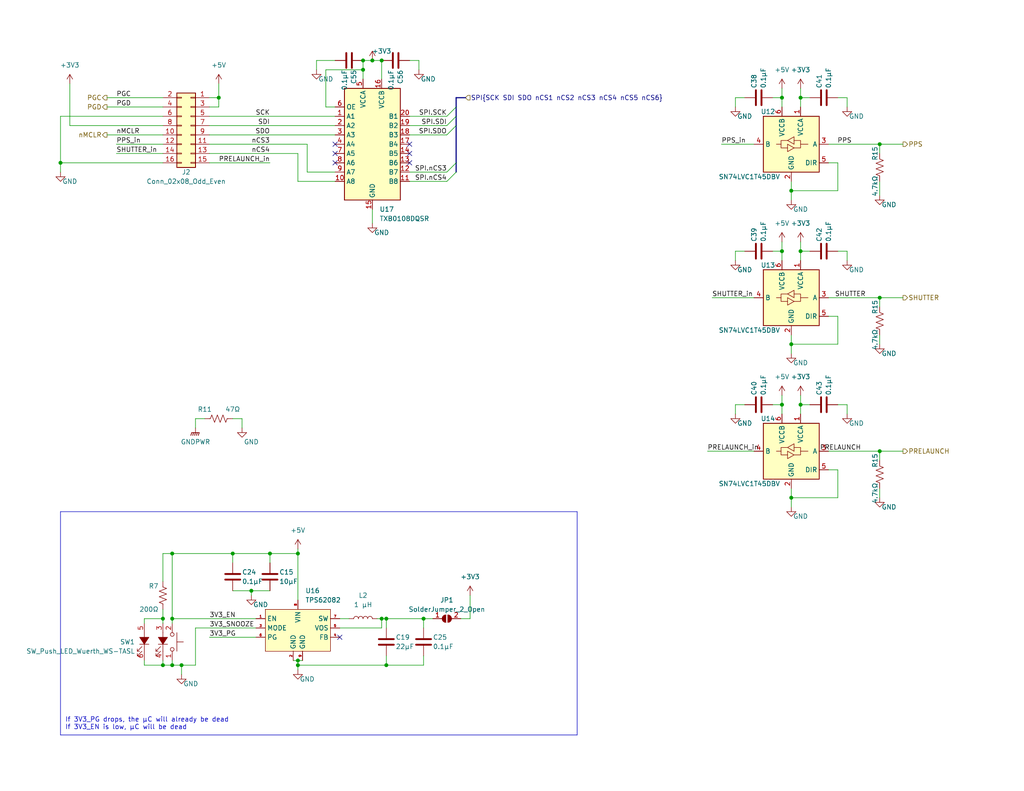
<source format=kicad_sch>
(kicad_sch (version 20230121) (generator eeschema)
  (paper "USLetter")
  (title_block (title "FOXSI-4 Plenum Board") (rev "1") (company "University of Minnesota") (comment 1 "Author: Thanasi Pantazides, panta013@umn.edu"))
  (lib_symbols
    (symbol "Connector_Generic:Conn_02x08_Odd_Even" (pin_names (offset 1.016) hide)
      (property "Reference" "J" (at 1.27 10.16 0))
      (property "Value" "Conn_02x08_Odd_Even" (at 1.27 -12.7 0))
      (symbol "Conn_02x08_Odd_Even_1_1"
        (rectangle (start -1.27 -10.033) (end 0 -10.287) (stroke (width 0.1524)))
        (rectangle (start -1.27 -7.493) (end 0 -7.747) (stroke (width 0.1524)))
        (rectangle (start -1.27 -4.953) (end 0 -5.207) (stroke (width 0.1524)))
        (rectangle (start -1.27 -2.413) (end 0 -2.667) (stroke (width 0.1524)))
        (rectangle (start -1.27 0.127) (end 0 -0.127) (stroke (width 0.1524)))
        (rectangle (start -1.27 2.667) (end 0 2.413) (stroke (width 0.1524)))
        (rectangle (start -1.27 5.207) (end 0 4.953) (stroke (width 0.1524)))
        (rectangle (start -1.27 7.747) (end 0 7.493) (stroke (width 0.1524)))
        (rectangle (start -1.27 8.89) (end 3.81 -11.43) (stroke (width 0.254)) (fill (type background)))
        (rectangle (start 3.81 -10.033) (end 2.54 -10.287) (stroke (width 0.1524)))
        (rectangle (start 3.81 -7.493) (end 2.54 -7.747) (stroke (width 0.1524)))
        (rectangle (start 3.81 -4.953) (end 2.54 -5.207) (stroke (width 0.1524)))
        (rectangle (start 3.81 -2.413) (end 2.54 -2.667) (stroke (width 0.1524)))
        (rectangle (start 3.81 0.127) (end 2.54 -0.127) (stroke (width 0.1524)))
        (rectangle (start 3.81 2.667) (end 2.54 2.413) (stroke (width 0.1524)))
        (rectangle (start 3.81 5.207) (end 2.54 4.953) (stroke (width 0.1524)))
        (rectangle (start 3.81 7.747) (end 2.54 7.493) (stroke (width 0.1524)))
        (pin passive line (at -5.08 7.62 0) (length 3.81) (name "Pin_1") (number "1"))
        (pin passive line (at 7.62 -2.54 180) (length 3.81) (name "Pin_10") (number "10"))
        (pin passive line (at -5.08 -5.08 0) (length 3.81) (name "Pin_11") (number "11"))
        (pin passive line (at 7.62 -5.08 180) (length 3.81) (name "Pin_12") (number "12"))
        (pin passive line (at -5.08 -7.62 0) (length 3.81) (name "Pin_13") (number "13"))
        (pin passive line (at 7.62 -7.62 180) (length 3.81) (name "Pin_14") (number "14"))
        (pin passive line (at -5.08 -10.16 0) (length 3.81) (name "Pin_15") (number "15"))
        (pin passive line (at 7.62 -10.16 180) (length 3.81) (name "Pin_16") (number "16"))
        (pin passive line (at 7.62 7.62 180) (length 3.81) (name "Pin_2") (number "2"))
        (pin passive line (at -5.08 5.08 0) (length 3.81) (name "Pin_3") (number "3"))
        (pin passive line (at 7.62 5.08 180) (length 3.81) (name "Pin_4") (number "4"))
        (pin passive line (at -5.08 2.54 0) (length 3.81) (name "Pin_5") (number "5"))
        (pin passive line (at 7.62 2.54 180) (length 3.81) (name "Pin_6") (number "6"))
        (pin passive line (at -5.08 0 0) (length 3.81) (name "Pin_7") (number "7"))
        (pin passive line (at 7.62 0 180) (length 3.81) (name "Pin_8") (number "8"))
        (pin passive line (at -5.08 -2.54 0) (length 3.81) (name "Pin_9") (number "9"))
      )
    )
    (symbol "Device:C" (pin_numbers hide) (pin_names (offset 0.254))
      (property "Reference" "C" (at 0.635 2.54 0))
      (property "Value" "C" (at 0.635 -2.54 0))
      (symbol "C_0_1"
        (polyline (pts (xy -2.032 -0.762) (xy 2.032 -0.762)) (stroke (width 0.508)))
        (polyline (pts (xy -2.032 0.762) (xy 2.032 0.762)) (stroke (width 0.508)))
      )
      (symbol "C_1_1"
        (pin passive line (at 0 3.81 270) (length 2.794) (name "~") (number "1"))
        (pin passive line (at 0 -3.81 90) (length 2.794) (name "~") (number "2"))
      )
    )
    (symbol "Device:L" (pin_numbers hide) (pin_names (offset 1.016) hide)
      (property "Reference" "L" (at -1.27 0 90))
      (property "Value" "L" (at 1.905 0 90))
      (symbol "L_0_1"
        (arc (start 0 -2.54) (mid 0.6323 -1.905) (end 0 -1.27))
        (arc (start 0 -1.27) (mid 0.6323 -0.635) (end 0 0))
        (arc (start 0 0) (mid 0.6323 0.635) (end 0 1.27))
        (arc (start 0 1.27) (mid 0.6323 1.905) (end 0 2.54))
      )
      (symbol "L_1_1"
        (pin passive line (at 0 3.81 270) (length 1.27) (name "1") (number "1"))
        (pin passive line (at 0 -3.81 90) (length 1.27) (name "2") (number "2"))
      )
    )
    (symbol "Device:R_US" (pin_numbers hide) (pin_names (offset 0))
      (property "Reference" "R" (at 2.54 0 90))
      (property "Value" "R_US" (at -2.54 0 90))
      (symbol "R_US_0_1"
        (polyline (pts (xy 0 -2.286) (xy 0 -2.54)))
        (polyline (pts (xy 0 2.286) (xy 0 2.54)))
        (polyline (pts (xy 0 -0.762) (xy 1.016 -1.143) (xy 0 -1.524) (xy -1.016 -1.905) (xy 0 -2.286)))
        (polyline (pts (xy 0 0.762) (xy 1.016 0.381) (xy 0 0) (xy -1.016 -0.381) (xy 0 -0.762)))
        (polyline (pts (xy 0 2.286) (xy 1.016 1.905) (xy 0 1.524) (xy -1.016 1.143) (xy 0 0.762)))
      )
      (symbol "R_US_1_1"
        (pin passive line (at 0 3.81 270) (length 1.27) (name "~") (number "1"))
        (pin passive line (at 0 -3.81 90) (length 1.27) (name "~") (number "2"))
      )
    )
    (symbol "Jumper:SolderJumper_2_Open" (pin_names (offset 0) hide)
      (property "Reference" "JP" (at 0 2.032 0))
      (property "Value" "SolderJumper_2_Open" (at 0 -2.54 0))
      (symbol "SolderJumper_2_Open_0_1"
        (arc (start -0.254 1.016) (mid -1.2656 0) (end -0.254 -1.016))
        (arc (start -0.254 1.016) (mid -1.2656 0) (end -0.254 -1.016) (fill (type outline)))
        (polyline (pts (xy -0.254 1.016) (xy -0.254 -1.016)))
        (polyline (pts (xy 0.254 1.016) (xy 0.254 -1.016)))
        (arc (start 0.254 -1.016) (mid 1.2656 0) (end 0.254 1.016))
        (arc (start 0.254 -1.016) (mid 1.2656 0) (end 0.254 1.016) (fill (type outline)))
      )
      (symbol "SolderJumper_2_Open_1_1"
        (pin passive line (at -3.81 0 0) (length 2.54) (name "A") (number "1"))
        (pin passive line (at 3.81 0 180) (length 2.54) (name "B") (number "2"))
      )
    )
    (symbol "Logic_LevelTranslator:SN74LVC1T45DBV"
      (property "Reference" "U" (at -6.35 8.89 0))
      (property "Value" "SN74LVC1T45DBV" (at 3.81 8.89 0))
      (symbol "SN74LVC1T45DBV_0_1"
        (rectangle (start -7.62 7.62) (end 7.62 -7.62) (stroke (width 0.254)) (fill (type background)))
        (polyline (pts (xy -2.54 0) (xy -2.54 1.016) (xy -0.762 1.016)))
        (polyline (pts (xy 2.794 0) (xy 2.794 -1.016) (xy 1.016 -1.016)))
        (polyline (pts (xy -0.762 -1.016) (xy -2.54 -1.016) (xy -2.54 0) (xy -4.572 0)))
        (polyline (pts (xy -0.762 0) (xy -0.762 2.032) (xy 1.016 1.016) (xy -0.762 0)))
        (polyline (pts (xy 1.016 1.016) (xy 2.794 1.016) (xy 2.794 0) (xy 4.064 0)))
        (polyline (pts (xy 1.016 0) (xy 1.016 -1.778) (xy 1.016 -2.032) (xy -0.762 -1.016) (xy 1.016 0)))
      )
      (symbol "SN74LVC1T45DBV_1_1"
        (pin power_in line (at -2.54 10.16 270) (length 2.54) (name "VCCA") (number "1"))
        (pin power_in line (at 0 -10.16 90) (length 2.54) (name "GND") (number "2"))
        (pin bidirectional line (at -10.16 0 0) (length 2.54) (name "A") (number "3"))
        (pin bidirectional line (at 10.16 0 180) (length 2.54) (name "B") (number "4"))
        (pin input line (at -10.16 -5.08 0) (length 2.54) (name "DIR") (number "5"))
        (pin power_in line (at 2.54 10.16 270) (length 2.54) (name "VCCB") (number "6"))
      )
    )
    (symbol "Logic_LevelTranslator:TXB0108DQSR"
      (property "Reference" "U" (at -6.35 16.51 0))
      (property "Value" "TXB0108DQSR" (at 3.81 16.51 0))
      (symbol "TXB0108DQSR_0_1"
        (rectangle (start -7.62 15.24) (end 7.62 -15.24) (stroke (width 0.254)) (fill (type background)))
      )
      (symbol "TXB0108DQSR_1_1"
        (pin bidirectional line (at -10.16 7.62 0) (length 2.54) (name "A1") (number "1"))
        (pin bidirectional line (at -10.16 -10.16 0) (length 2.54) (name "A8") (number "10"))
        (pin bidirectional line (at 10.16 -10.16 180) (length 2.54) (name "B8") (number "11"))
        (pin bidirectional line (at 10.16 -7.62 180) (length 2.54) (name "B7") (number "12"))
        (pin bidirectional line (at 10.16 -5.08 180) (length 2.54) (name "B6") (number "13"))
        (pin bidirectional line (at 10.16 -2.54 180) (length 2.54) (name "B5") (number "14"))
        (pin power_in line (at 0 -17.78 90) (length 2.54) (name "GND") (number "15"))
        (pin power_in line (at 2.54 17.78 270) (length 2.54) (name "VCCB") (number "16"))
        (pin bidirectional line (at 10.16 0 180) (length 2.54) (name "B4") (number "17"))
        (pin bidirectional line (at 10.16 2.54 180) (length 2.54) (name "B3") (number "18"))
        (pin bidirectional line (at 10.16 5.08 180) (length 2.54) (name "B2") (number "19"))
        (pin bidirectional line (at -10.16 5.08 0) (length 2.54) (name "A2") (number "2"))
        (pin bidirectional line (at 10.16 7.62 180) (length 2.54) (name "B1") (number "20"))
        (pin bidirectional line (at -10.16 2.54 0) (length 2.54) (name "A3") (number "3"))
        (pin bidirectional line (at -10.16 0 0) (length 2.54) (name "A4") (number "4"))
        (pin power_in line (at -2.54 17.78 270) (length 2.54) (name "VCCA") (number "5"))
        (pin input line (at -10.16 10.16 0) (length 2.54) (name "OE") (number "6"))
        (pin bidirectional line (at -10.16 -2.54 0) (length 2.54) (name "A5") (number "7"))
        (pin bidirectional line (at -10.16 -5.08 0) (length 2.54) (name "A6") (number "8"))
        (pin bidirectional line (at -10.16 -7.62 0) (length 2.54) (name "A7") (number "9"))
      )
    )
    (symbol "Regulator_Switching:TPS62082"
      (property "Reference" "U" (at -7.62 3.81 0))
      (property "Value" "TPS62082" (at 5.08 3.81 0))
      (symbol "TPS62082_0_1"
        (rectangle (start -8.89 2.54) (end 8.89 -8.89) (fill (type background)))
      )
      (symbol "TPS62082_1_1"
        (pin input line (at -11.43 0 0) (length 2.54) (name "EN") (number "1"))
        (pin passive line (at -1.27 -11.43 90) (length 2.54) (name "GND") (number "2"))
        (pin input line (at -11.43 -2.54 0) (length 2.54) (name "MODE") (number "3"))
        (pin input line (at 11.43 -5.08 180) (length 2.54) (name "FB") (number "4"))
        (pin input line (at 11.43 -2.54 180) (length 2.54) (name "VOS") (number "5"))
        (pin output line (at -11.43 -5.08 0) (length 2.54) (name "PG") (number "6"))
        (pin output line (at 11.43 0 180) (length 2.54) (name "SW") (number "7"))
        (pin power_in line (at 0 5.08 270) (length 2.54) (name "VIN") (number "8"))
        (pin passive line (at 1.27 -11.43 90) (length 2.54) (name "GND") (number "9"))
      )
    )
    (symbol "Switch:SW_Push_LED_Wuerth_WS-TASL" (pin_names (offset 1.016) hide)
      (property "Reference" "SW" (at 0.635 5.715 0))
      (property "Value" "SW_Push_LED_Wuerth_WS-TASL" (at 0 -7.62 0))
      (symbol "SW_Push_LED_Wuerth_WS-TASL_0_0"
        (polyline (pts (xy -3.81 -6.985) (xy -2.54 -5.715)))
        (polyline (pts (xy -3.81 -1.905) (xy -2.54 -0.635)))
        (polyline (pts (xy -2.54 -6.985) (xy -1.27 -5.715)))
        (polyline (pts (xy -2.54 -5.08) (xy 2.54 -5.08)))
        (polyline (pts (xy -2.54 -1.905) (xy -1.27 -0.635)))
        (polyline (pts (xy -2.54 0) (xy 2.54 0)))
        (polyline (pts (xy -0.635 -3.81) (xy -0.635 -6.35)))
        (polyline (pts (xy -0.635 1.27) (xy -0.635 -1.27)))
        (polyline (pts (xy -3.81 -6.35) (xy -3.81 -6.985) (xy -3.175 -6.985)))
        (polyline (pts (xy -3.81 -1.27) (xy -3.81 -1.905) (xy -3.175 -1.905)))
        (polyline (pts (xy -2.54 -6.35) (xy -2.54 -6.985) (xy -1.905 -6.985)))
        (polyline (pts (xy -2.54 -1.27) (xy -2.54 -1.905) (xy -1.905 -1.905)))
        (polyline (pts (xy -0.635 -5.08) (xy 1.27 -3.81) (xy 1.27 -6.35) (xy -0.635 -5.08)) (fill (type outline)))
        (polyline (pts (xy -0.635 0) (xy 1.27 1.27) (xy 1.27 -1.27) (xy -0.635 0)) (fill (type outline)))
      )
      (symbol "SW_Push_LED_Wuerth_WS-TASL_0_1"
        (circle (center -2.032 2.54) (radius 0.508))
        (polyline (pts (xy 0 3.81) (xy 0 5.588)))
        (polyline (pts (xy 2.54 3.81) (xy -2.54 3.81)))
        (circle (center 2.032 2.54) (radius 0.508))
      )
      (symbol "SW_Push_LED_Wuerth_WS-TASL_1_1"
        (pin passive line (at -5.08 2.54 0) (length 2.54) (name "sw1") (number "1"))
        (pin passive line (at 5.08 2.54 180) (length 2.54) (name "sw2") (number "2"))
        (pin passive line (at 5.08 0 180) (length 2.54) (name "A") (number "3"))
        (pin passive line (at -5.08 0 0) (length 2.54) (name "K") (number "4"))
        (pin passive line (at 5.08 -5.08 180) (length 2.54) (name "A") (number "5"))
        (pin passive line (at -5.08 -5.08 0) (length 2.54) (name "K") (number "6"))
      )
    )
    (symbol "power:+3V3" (power) (pin_names (offset 0))
      (property "Value" "+3V3" (at 0 3.556 0))
      (symbol "+3V3_0_1"
        (polyline (pts (xy -0.762 1.27) (xy 0 2.54)))
        (polyline (pts (xy 0 0) (xy 0 2.54)))
        (polyline (pts (xy 0 2.54) (xy 0.762 1.27)))
      )
      (symbol "+3V3_1_1"
        (pin power_in line (at 0 0 90) (length 0) hide (name "+3V3") (number "1"))
      )
    )
    (symbol "power:+5V" (power) (pin_names (offset 0))
      (property "Value" "+5V" (at 0 3.556 0))
      (symbol "+5V_0_1"
        (polyline (pts (xy -0.762 1.27) (xy 0 2.54)))
        (polyline (pts (xy 0 0) (xy 0 2.54)))
        (polyline (pts (xy 0 2.54) (xy 0.762 1.27)))
      )
      (symbol "+5V_1_1"
        (pin power_in line (at 0 0 90) (length 0) hide (name "+5V") (number "1"))
      )
    )
    (symbol "power:GND" (power) (pin_names (offset 0))
      (property "Value" "GND" (at 0 -3.81 0))
      (symbol "GND_0_1"
        (polyline (pts (xy 0 0) (xy 0 -1.27) (xy 1.27 -1.27) (xy 0 -2.54) (xy -1.27 -1.27) (xy 0 -1.27)))
      )
      (symbol "GND_1_1"
        (pin power_in line (at 0 0 270) (length 0) hide (name "GND") (number "1"))
      )
    )
    (symbol "power:GNDPWR" (power) (pin_names (offset 0))
      (property "Value" "GNDPWR" (at 0 -3.302 0))
      (symbol "GNDPWR_0_1"
        (polyline (pts (xy 0 -1.27) (xy 0 0)))
        (polyline (pts (xy -1.016 -1.27) (xy -1.27 -2.032) (xy -1.27 -2.032)) (stroke (width 0.2032)))
        (polyline (pts (xy -0.508 -1.27) (xy -0.762 -2.032) (xy -0.762 -2.032)) (stroke (width 0.2032)))
        (polyline (pts (xy 0 -1.27) (xy -0.254 -2.032) (xy -0.254 -2.032)) (stroke (width 0.2032)))
        (polyline (pts (xy 0.508 -1.27) (xy 0.254 -2.032) (xy 0.254 -2.032)) (stroke (width 0.2032)))
        (polyline (pts (xy 1.016 -1.27) (xy -1.016 -1.27) (xy -1.016 -1.27)) (stroke (width 0.2032)))
        (polyline (pts (xy 1.016 -1.27) (xy 0.762 -2.032) (xy 0.762 -2.032) (xy 0.762 -2.032)) (stroke (width 0.2032)))
      )
      (symbol "GNDPWR_1_1"
        (pin power_in line (at 0 0 270) (length 0) hide (name "GNDPWR") (number "1"))
      )
    )
  )
  (junction (at 218.44 26.67))
  (junction (at 215.9 93.98))
  (junction (at 101.6 16.51))
  (junction (at 46.99 151.13))
  (junction (at 46.99 168.91))
  (junction (at 215.9 135.89))
  (junction (at 44.45 181.61))
  (junction (at 215.9 52.07))
  (junction (at 99.06 19.05))
  (junction (at 104.14 16.51))
  (junction (at 218.44 68.58))
  (junction (at 240.03 81.28))
  (junction (at 81.28 180.34))
  (junction (at 213.36 68.58))
  (junction (at 99.06 16.51))
  (junction (at 115.57 168.91))
  (junction (at 104.14 168.91))
  (junction (at 213.36 26.67))
  (junction (at 59.69 26.67))
  (junction (at 240.03 123.19))
  (junction (at 49.53 181.61))
  (junction (at 68.58 161.29))
  (junction (at 218.44 110.49))
  (junction (at 44.45 168.91))
  (junction (at 73.66 151.13))
  (junction (at 81.28 151.13))
  (junction (at 105.41 181.61))
  (junction (at 213.36 110.49))
  (junction (at 46.99 181.61))
  (junction (at 81.28 181.61))
  (junction (at 63.5 151.13))
  (junction (at 240.03 39.37))
  (junction (at 16.51 44.45))
  (junction (at 105.41 168.91))
  (no_connect (at 91.44 41.91))
  (no_connect (at 91.44 39.37))
  (no_connect (at 91.44 44.45))
  (no_connect (at 92.71 173.99))
  (no_connect (at 111.76 44.45))
  (no_connect (at 111.76 41.91))
  (no_connect (at 111.76 39.37))
  (bus_entry (at 121.92 46.99) (size 2.54 -2.54))
  (bus_entry (at 121.92 49.53) (size 2.54 -2.54))
  (bus_entry (at 121.92 31.75) (size 2.54 -2.54))
  (bus_entry (at 121.92 36.83) (size 2.54 -2.54))
  (bus_entry (at 121.92 34.29) (size 2.54 -2.54))
  (wire (pts (xy 228.6 26.67) (xy 231.14 26.67)))
  (wire (pts (xy 228.6 68.58) (xy 231.14 68.58)))
  (wire (pts (xy 213.36 107.95) (xy 213.36 110.49)))
  (wire (pts (xy 228.6 110.49) (xy 231.14 110.49)))
  (wire (pts (xy 29.21 36.83) (xy 44.45 36.83)))
  (wire (pts (xy 44.45 151.13) (xy 44.45 158.75)))
  (wire (pts (xy 194.31 81.28) (xy 205.74 81.28)))
  (wire (pts (xy 200.66 26.67) (xy 200.66 29.21)))
  (wire (pts (xy 218.44 26.67) (xy 218.44 29.21)))
  (wire (pts (xy 81.28 41.91) (xy 81.28 49.53)))
  (wire (pts (xy 240.03 93.98) (xy 240.03 91.44)))
  (wire (pts (xy 66.04 114.3) (xy 66.04 116.84)))
  (wire (pts (xy 218.44 68.58) (xy 218.44 71.12)))
  (wire (pts (xy 203.2 68.58) (xy 200.66 68.58)))
  (wire (pts (xy 226.06 86.36) (xy 228.6 86.36)))
  (bus (pts (xy 124.46 31.75) (xy 124.46 34.29)))
  (wire (pts (xy 226.06 128.27) (xy 228.6 128.27)))
  (wire (pts (xy 213.36 68.58) (xy 213.36 71.12)))
  (wire (pts (xy 200.66 110.49) (xy 200.66 113.03)))
  (wire (pts (xy 16.51 31.75) (xy 16.51 44.45)))
  (wire (pts (xy 91.44 16.51) (xy 86.36 16.51)))
  (wire (pts (xy 210.82 26.67) (xy 213.36 26.67)))
  (wire (pts (xy 53.34 114.3) (xy 53.34 116.84)))
  (wire (pts (xy 55.88 114.3) (xy 53.34 114.3)))
  (wire (pts (xy 240.03 39.37) (xy 240.03 41.91)))
  (wire (pts (xy 104.14 168.91) (xy 105.41 168.91)))
  (wire (pts (xy 68.58 161.29) (xy 73.66 161.29)))
  (bus (pts (xy 124.46 44.45) (xy 124.46 46.99)))
  (wire (pts (xy 57.15 41.91) (xy 81.28 41.91)))
  (wire (pts (xy 193.04 123.19) (xy 205.74 123.19)))
  (wire (pts (xy 46.99 151.13) (xy 46.99 168.91)))
  (wire (pts (xy 63.5 114.3) (xy 66.04 114.3)))
  (wire (pts (xy 240.03 53.34) (xy 240.03 49.53)))
  (wire (pts (xy 231.14 26.67) (xy 231.14 29.21)))
  (wire (pts (xy 111.76 46.99) (xy 121.92 46.99)))
  (wire (pts (xy 218.44 26.67) (xy 220.98 26.67)))
  (wire (pts (xy 218.44 107.95) (xy 218.44 110.49)))
  (wire (pts (xy 213.36 26.67) (xy 213.36 29.21)))
  (wire (pts (xy 210.82 110.49) (xy 213.36 110.49)))
  (wire (pts (xy 19.05 22.86) (xy 19.05 34.29)))
  (bus (pts (xy 124.46 29.21) (xy 124.46 31.75)))
  (wire (pts (xy 44.45 181.61) (xy 46.99 181.61)))
  (wire (pts (xy 115.57 179.07) (xy 115.57 181.61)))
  (wire (pts (xy 101.6 60.96) (xy 101.6 57.15)))
  (wire (pts (xy 215.9 52.07) (xy 215.9 54.61)))
  (wire (pts (xy 115.57 168.91) (xy 118.11 168.91)))
  (wire (pts (xy 218.44 110.49) (xy 218.44 113.03)))
  (wire (pts (xy 81.28 180.34) (xy 81.28 181.61)))
  (wire (pts (xy 231.14 110.49) (xy 231.14 113.03)))
  (wire (pts (xy 215.9 93.98) (xy 215.9 96.52)))
  (wire (pts (xy 81.28 181.61) (xy 81.28 182.88)))
  (wire (pts (xy 57.15 26.67) (xy 59.69 26.67)))
  (wire (pts (xy 104.14 16.51) (xy 104.14 21.59)))
  (wire (pts (xy 68.58 161.29) (xy 68.58 162.56)))
  (wire (pts (xy 99.06 21.59) (xy 99.06 19.05)))
  (bus (pts (xy 127 26.67) (xy 124.46 26.67)))
  (wire (pts (xy 63.5 161.29) (xy 68.58 161.29)))
  (wire (pts (xy 228.6 86.36) (xy 228.6 93.98)))
  (wire (pts (xy 111.76 31.75) (xy 121.92 31.75)))
  (wire (pts (xy 240.03 81.28) (xy 246.38 81.28)))
  (wire (pts (xy 115.57 181.61) (xy 105.41 181.61)))
  (wire (pts (xy 240.03 81.28) (xy 240.03 83.82)))
  (wire (pts (xy 114.3 16.51) (xy 114.3 19.05)))
  (wire (pts (xy 213.36 66.04) (xy 213.36 68.58)))
  (wire (pts (xy 228.6 135.89) (xy 215.9 135.89)))
  (polyline (pts (xy 157.48 139.7) (xy 16.51 139.7)))
  (wire (pts (xy 81.28 49.53) (xy 91.44 49.53)))
  (wire (pts (xy 213.36 24.13) (xy 213.36 26.67)))
  (wire (pts (xy 46.99 170.18) (xy 46.99 168.91)))
  (polyline (pts (xy 16.51 200.66) (xy 16.51 139.7)))
  (wire (pts (xy 115.57 171.45) (xy 115.57 168.91)))
  (wire (pts (xy 218.44 24.13) (xy 218.44 26.67)))
  (wire (pts (xy 31.75 39.37) (xy 44.45 39.37)))
  (wire (pts (xy 31.75 41.91) (xy 44.45 41.91)))
  (wire (pts (xy 44.45 31.75) (xy 16.51 31.75)))
  (wire (pts (xy 111.76 49.53) (xy 121.92 49.53)))
  (wire (pts (xy 101.6 16.51) (xy 104.14 16.51)))
  (wire (pts (xy 111.76 36.83) (xy 121.92 36.83)))
  (wire (pts (xy 57.15 44.45) (xy 73.66 44.45)))
  (wire (pts (xy 53.34 171.45) (xy 69.85 171.45)))
  (wire (pts (xy 218.44 68.58) (xy 220.98 68.58)))
  (wire (pts (xy 80.01 180.34) (xy 81.28 180.34)))
  (wire (pts (xy 105.41 171.45) (xy 105.41 168.91)))
  (wire (pts (xy 218.44 66.04) (xy 218.44 68.58)))
  (wire (pts (xy 53.34 171.45) (xy 53.34 181.61)))
  (wire (pts (xy 73.66 151.13) (xy 73.66 153.67)))
  (wire (pts (xy 81.28 180.34) (xy 82.55 180.34)))
  (wire (pts (xy 102.87 168.91) (xy 104.14 168.91)))
  (wire (pts (xy 57.15 173.99) (xy 69.85 173.99)))
  (wire (pts (xy 99.06 19.05) (xy 88.9 19.05)))
  (wire (pts (xy 44.45 180.34) (xy 44.45 181.61)))
  (wire (pts (xy 39.37 180.34) (xy 39.37 181.61)))
  (wire (pts (xy 228.6 44.45) (xy 228.6 52.07)))
  (wire (pts (xy 215.9 91.44) (xy 215.9 93.98)))
  (wire (pts (xy 16.51 44.45) (xy 16.51 46.99)))
  (wire (pts (xy 111.76 16.51) (xy 114.3 16.51)))
  (wire (pts (xy 59.69 22.86) (xy 59.69 26.67)))
  (wire (pts (xy 81.28 149.86) (xy 81.28 151.13)))
  (wire (pts (xy 57.15 36.83) (xy 91.44 36.83)))
  (wire (pts (xy 49.53 181.61) (xy 49.53 184.15)))
  (wire (pts (xy 19.05 34.29) (xy 44.45 34.29)))
  (wire (pts (xy 16.51 44.45) (xy 44.45 44.45)))
  (wire (pts (xy 88.9 19.05) (xy 88.9 29.21)))
  (polyline (pts (xy 157.48 139.7) (xy 157.48 200.66)))
  (wire (pts (xy 215.9 49.53) (xy 215.9 52.07)))
  (wire (pts (xy 215.9 135.89) (xy 215.9 138.43)))
  (wire (pts (xy 83.82 39.37) (xy 83.82 46.99)))
  (wire (pts (xy 228.6 52.07) (xy 215.9 52.07)))
  (wire (pts (xy 240.03 123.19) (xy 246.38 123.19)))
  (wire (pts (xy 63.5 151.13) (xy 73.66 151.13)))
  (wire (pts (xy 226.06 81.28) (xy 240.03 81.28)))
  (wire (pts (xy 88.9 29.21) (xy 91.44 29.21)))
  (wire (pts (xy 46.99 168.91) (xy 69.85 168.91)))
  (wire (pts (xy 81.28 151.13) (xy 81.28 163.83)))
  (wire (pts (xy 240.03 39.37) (xy 246.38 39.37)))
  (wire (pts (xy 200.66 68.58) (xy 200.66 71.12)))
  (wire (pts (xy 105.41 179.07) (xy 105.41 181.61)))
  (wire (pts (xy 215.9 133.35) (xy 215.9 135.89)))
  (wire (pts (xy 46.99 180.34) (xy 46.99 181.61)))
  (wire (pts (xy 218.44 110.49) (xy 220.98 110.49)))
  (wire (pts (xy 44.45 166.37) (xy 44.45 168.91)))
  (wire (pts (xy 39.37 168.91) (xy 39.37 170.18)))
  (wire (pts (xy 213.36 110.49) (xy 213.36 113.03)))
  (bus (pts (xy 124.46 26.67) (xy 124.46 29.21)))
  (wire (pts (xy 105.41 181.61) (xy 81.28 181.61)))
  (wire (pts (xy 203.2 110.49) (xy 200.66 110.49)))
  (wire (pts (xy 231.14 68.58) (xy 231.14 71.12)))
  (wire (pts (xy 99.06 16.51) (xy 101.6 16.51)))
  (wire (pts (xy 203.2 26.67) (xy 200.66 26.67)))
  (polyline (pts (xy 157.48 200.66) (xy 16.51 200.66)))
  (bus (pts (xy 124.46 34.29) (xy 124.46 44.45)))
  (wire (pts (xy 228.6 128.27) (xy 228.6 135.89)))
  (wire (pts (xy 240.03 135.89) (xy 240.03 133.35)))
  (wire (pts (xy 125.73 168.91) (xy 128.27 168.91)))
  (wire (pts (xy 46.99 151.13) (xy 63.5 151.13)))
  (wire (pts (xy 81.28 151.13) (xy 73.66 151.13)))
  (wire (pts (xy 104.14 171.45) (xy 104.14 168.91)))
  (wire (pts (xy 59.69 26.67) (xy 59.69 29.21)))
  (wire (pts (xy 86.36 16.51) (xy 86.36 19.05)))
  (wire (pts (xy 240.03 123.19) (xy 240.03 125.73)))
  (wire (pts (xy 53.34 181.61) (xy 49.53 181.61)))
  (wire (pts (xy 92.71 168.91) (xy 95.25 168.91)))
  (wire (pts (xy 91.44 46.99) (xy 83.82 46.99)))
  (wire (pts (xy 39.37 181.61) (xy 44.45 181.61)))
  (wire (pts (xy 57.15 34.29) (xy 91.44 34.29)))
  (wire (pts (xy 210.82 68.58) (xy 213.36 68.58)))
  (wire (pts (xy 29.21 29.21) (xy 44.45 29.21)))
  (wire (pts (xy 39.37 168.91) (xy 44.45 168.91)))
  (wire (pts (xy 226.06 39.37) (xy 240.03 39.37)))
  (wire (pts (xy 99.06 16.51) (xy 99.06 19.05)))
  (wire (pts (xy 128.27 162.56) (xy 128.27 168.91)))
  (wire (pts (xy 44.45 151.13) (xy 46.99 151.13)))
  (wire (pts (xy 57.15 39.37) (xy 83.82 39.37)))
  (wire (pts (xy 44.45 168.91) (xy 44.45 170.18)))
  (wire (pts (xy 63.5 153.67) (xy 63.5 151.13)))
  (wire (pts (xy 46.99 181.61) (xy 49.53 181.61)))
  (wire (pts (xy 111.76 34.29) (xy 121.92 34.29)))
  (wire (pts (xy 59.69 29.21) (xy 57.15 29.21)))
  (wire (pts (xy 226.06 123.19) (xy 240.03 123.19)))
  (wire (pts (xy 57.15 31.75) (xy 91.44 31.75)))
  (wire (pts (xy 226.06 44.45) (xy 228.6 44.45)))
  (wire (pts (xy 228.6 93.98) (xy 215.9 93.98)))
  (wire (pts (xy 92.71 171.45) (xy 104.14 171.45)))
  (wire (pts (xy 115.57 168.91) (xy 105.41 168.91)))
  (wire (pts (xy 196.85 39.37) (xy 205.74 39.37)))
  (wire (pts (xy 29.21 26.67) (xy 44.45 26.67)))
  (text "If 3V3_PG drops, the µC will already be dead\nIf 3V3_EN is low, µC will be dead" (at 17.78 199.39 0) (effects (font (size 1.27 1.27)) (justify left bottom)))
  (label "PRELAUNCH_in" (at 193.04 123.19 0))
  (label "SPI.SDO" (at 121.92 36.83 180))
  (label "SDI" (at 73.66 34.29 180))
  (label "PPS_in" (at 31.75 39.37 0))
  (label "nCS3" (at 73.66 39.37 180))
  (label "PGD" (at 31.75 29.21 0))
  (label "SPI.SDI" (at 121.92 34.29 180))
  (label "SHUTTER" (at 236.22 81.28 180))
  (label "PGC" (at 31.75 26.67 0))
  (label "3V3_PG" (at 57.15 173.99 0))
  (label "PPS" (at 232.41 39.37 180))
  (label "nCS4" (at 73.66 41.91 180))
  (label "SHUTTER_in" (at 194.31 81.28 0))
  (label "3V3_SNOOZE" (at 57.15 171.45 0))
  (label "nMCLR" (at 31.75 36.83 0))
  (label "SPI.SCK" (at 121.92 31.75 180))
  (label "SHUTTER_in" (at 31.75 41.91 0))
  (label "SPI.nCS4" (at 121.92 49.53 180))
  (label "3V3_EN" (at 57.15 168.91 0))
  (label "SDO" (at 73.66 36.83 180))
  (label "SPI.nCS3" (at 121.92 46.99 180))
  (label "PPS_in" (at 196.85 39.37 0))
  (label "PRELAUNCH_in" (at 73.66 44.45 180))
  (label "SCK" (at 73.66 31.75 180))
  (label "PRELAUNCH" (at 234.95 123.19 180))
  (hierarchical_label "SHUTTER" (shape output) (at 246.38 81.28 0))
  (hierarchical_label "SPI{SCK SDI SDO nCS1 nCS2 nCS3 nCS4 nCS5 nCS6}" (shape input) (at 127 26.67 0))
  (hierarchical_label "PGD" (shape output) (at 29.21 29.21 180))
  (hierarchical_label "PRELAUNCH" (shape output) (at 246.38 123.19 0))
  (hierarchical_label "nMCLR" (shape output) (at 29.21 36.83 180))
  (hierarchical_label "PPS" (shape output) (at 246.38 39.37 0))
  (hierarchical_label "PGC" (shape output) (at 29.21 26.67 180))
  (symbol (lib_id "power:+5V") (at 81.28 149.86 0) (unit 1)
    (property "Reference" "#PWR0150" (effects hide))
    (property "Value" "+5V" (at 81.28 144.78 0))
  )
  (symbol (lib_id "power:GND") (at 240.03 93.98 0) (unit 1)
    (property "Reference" "#PWR028" (effects hide))
    (property "Value" "GND" (at 242.57 96.52 0))
  )
  (symbol (lib_id "power:+3V3") (at 19.05 22.86 0) (unit 1)
    (property "Reference" "#PWR0167" (effects hide))
    (property "Value" "+3V3" (at 19.05 17.78 0))
  )
  (symbol (lib_id "power:+3V3") (at 218.44 24.13 0) (unit 1)
    (property "Reference" "#PWR0145" (effects hide))
    (property "Value" "+3V3" (at 218.44 19.05 0))
  )
  (symbol (lib_id "power:GND") (at 240.03 135.89 0) (unit 1)
    (property "Reference" "#PWR029" (effects hide))
    (property "Value" "GND" (at 242.57 138.43 0))
  )
  (symbol (lib_id "Device:C") (at 207.01 110.49 270) (unit 1)
    (property "Reference" "C40" (at 205.74 107.95 0) (effects (justify right)))
    (property "Value" "0.1µF" (at 208.28 107.95 0) (effects (justify right)))
    (property "Footprint" "Capacitor_SMD:C_0603_1608Metric" (effects hide))
  )
  (symbol (lib_id "Device:C") (at 207.01 26.67 270) (unit 1)
    (property "Reference" "C38" (at 205.74 24.13 0) (effects (justify right)))
    (property "Value" "0.1µF" (at 208.28 24.13 0) (effects (justify right)))
    (property "Footprint" "Capacitor_SMD:C_0603_1608Metric" (effects hide))
  )
  (symbol (lib_id "power:+3V3") (at 218.44 107.95 0) (unit 1)
    (property "Reference" "#PWR0162" (effects hide))
    (property "Value" "+3V3" (at 218.44 102.87 0))
  )
  (symbol (lib_id "power:GND") (at 231.14 29.21 0) (unit 1)
    (property "Reference" "#PWR0152" (effects hide))
    (property "Value" "GND" (at 233.68 31.75 0))
  )
  (symbol (lib_id "Device:C") (at 73.66 157.48 180) (unit 1)
    (property "Reference" "C15" (at 76.2 156.21 0) (effects (justify right)))
    (property "Value" "10µF" (at 76.2 158.75 0) (effects (justify right)))
    (property "Footprint" "Capacitor_SMD:C_1206_3216Metric" (effects hide))
  )
  (symbol (lib_id "power:GND") (at 81.28 182.88 0) (unit 1)
    (property "Reference" "#PWR0160" (effects hide))
    (property "Value" "GND" (at 83.82 185.42 0))
  )
  (symbol (lib_id "power:GND") (at 231.14 71.12 0) (unit 1)
    (property "Reference" "#PWR0157" (effects hide))
    (property "Value" "GND" (at 233.68 73.66 0))
  )
  (symbol (lib_id "Regulator_Switching:TPS62082") (at 81.28 168.91 0) (unit 1)
    (property "Reference" "U16" (at 83.2994 161.29 0) (effects (justify left)))
    (property "Value" "TPS62082" (at 83.2994 163.83 0) (effects (justify left)))
    (property "Footprint" "Package_SON:WSON-8-1EP_2x2mm_P0.5mm_EP0.9x1.6mm" (effects hide))
    (property "Datasheet" "https://www.ti.com/lit/ds/symlink/tps62080.pdf?HQS=dis-dk-null-digikeymode-dsf-pf-null-wwe&ts=1658501893964" (effects hide))
    (property "Digikey" "296-29647-1-ND" (effects hide))
  )
  (symbol (lib_id "Logic_LevelTranslator:SN74LVC1T45DBV") (at 215.9 39.37 0) (mirror y) (unit 1)
    (property "Reference" "U12" (at 209.55 30.48 0))
    (property "Value" "SN74LVC1T45DBV" (at 204.47 48.26 0))
    (property "Footprint" "Package_TO_SOT_SMD:SOT-23-6" (effects hide))
    (property "Datasheet" "http://www.ti.com/lit/ds/symlink/sn74lvc1t45.pdf" (effects hide))
  )
  (symbol (lib_id "Device:C") (at 224.79 110.49 270) (unit 1)
    (property "Reference" "C43" (at 223.52 107.95 0) (effects (justify right)))
    (property "Value" "0.1µF" (at 226.06 107.95 0) (effects (justify right)))
    (property "Footprint" "Capacitor_SMD:C_0603_1608Metric" (effects hide))
  )
  (symbol (lib_id "power:GND") (at 16.51 46.99 0) (unit 1)
    (property "Reference" "#PWR0165" (effects hide))
    (property "Value" "GND" (at 19.05 49.53 0))
  )
  (symbol (lib_id "power:GND") (at 200.66 71.12 0) (unit 1)
    (property "Reference" "#PWR0155" (effects hide))
    (property "Value" "GND" (at 203.2 73.66 0))
  )
  (symbol (lib_id "power:+3V3") (at 128.27 162.56 0) (unit 1)
    (property "Reference" "#PWR036" (effects hide))
    (property "Value" "+3V3" (at 128.27 157.48 0))
  )
  (symbol (lib_id "power:GND") (at 49.53 184.15 0) (unit 1)
    (property "Reference" "#PWR013" (effects hide))
    (property "Value" "GND" (at 52.07 186.69 0))
  )
  (symbol (lib_id "power:GND") (at 68.58 162.56 0) (unit 1)
    (property "Reference" "#PWR0151" (effects hide))
    (property "Value" "GND" (at 71.12 165.1 0))
  )
  (symbol (lib_id "Device:R_US") (at 240.03 129.54 180) (unit 1)
    (property "Reference" "R15" (at 238.76 125.73 90))
    (property "Value" "4.7kΩ" (at 238.76 134.62 90))
    (property "Footprint" "Resistor_SMD:R_0603_1608Metric" (effects hide))
    (instances (project "plenum" (path "" (reference "R15") (unit 1)) (path "" (reference "R29") (unit 1))))
  )
  (symbol (lib_id "power:GND") (at 114.3 19.05 0) (unit 1)
    (property "Reference" "#PWR035" (effects hide))
    (property "Value" "GND" (at 116.84 21.59 0))
  )
  (symbol (lib_id "Connector_Generic:Conn_02x08_Odd_Even") (at 52.07 34.29 0) (mirror y) (unit 1)
    (property "Reference" "J2" (at 50.8 46.99 0))
    (property "Value" "Conn_02x08_Odd_Even" (at 50.8 49.53 0))
    (property "Footprint" "Connector_PinHeader_2.54mm:PinHeader_2x08_P2.54mm_Vertical" (effects hide))
  )
  (symbol (lib_id "Logic_LevelTranslator:SN74LVC1T45DBV") (at 215.9 81.28 0) (mirror y) (unit 1)
    (property "Reference" "U13" (at 209.55 72.39 0))
    (property "Value" "SN74LVC1T45DBV" (at 204.47 90.17 0))
    (property "Footprint" "Package_TO_SOT_SMD:SOT-23-6" (effects hide))
    (property "Datasheet" "http://www.ti.com/lit/ds/symlink/sn74lvc1t45.pdf" (effects hide))
  )
  (symbol (lib_id "power:GNDPWR") (at 53.34 116.84 0) (unit 1)
    (property "Reference" "#PWR011" (effects hide))
    (property "Value" "GNDPWR" (at 53.34 120.65 0))
  )
  (symbol (lib_id "power:GND") (at 101.6 60.96 0) (unit 1)
    (property "Reference" "#PWR033" (effects hide))
    (property "Value" "GND" (at 104.14 63.5 0))
  )
  (symbol (lib_id "power:GND") (at 215.9 138.43 0) (unit 1)
    (property "Reference" "#PWR0141" (effects hide))
    (property "Value" "GND" (at 218.44 140.97 0))
  )
  (symbol (lib_id "Logic_LevelTranslator:TXB0108DQSR") (at 101.6 39.37 0) (unit 1)
    (property "Reference" "U17" (at 103.5559 57.15 0) (effects (justify left)))
    (property "Value" "TXB0108DQSR" (at 103.5559 59.69 0) (effects (justify left)))
    (property "Footprint" "Package_SON:USON-20_2x4mm_P0.4mm" (effects hide))
    (property "Datasheet" "http://www.ti.com/lit/ds/symlink/txb0108.pdf" (effects hide))
    (property "Digikey" "296-27217-1-ND" (effects hide))
  )
  (symbol (lib_id "Device:C") (at 224.79 26.67 270) (unit 1)
    (property "Reference" "C41" (at 223.52 24.13 0) (effects (justify right)))
    (property "Value" "0.1µF" (at 226.06 24.13 0) (effects (justify right)))
    (property "Footprint" "Capacitor_SMD:C_0603_1608Metric" (effects hide))
  )
  (symbol (lib_id "power:GND") (at 200.66 29.21 0) (unit 1)
    (property "Reference" "#PWR0149" (effects hide))
    (property "Value" "GND" (at 203.2 31.75 0))
  )
  (symbol (lib_id "Device:C") (at 63.5 157.48 180) (unit 1)
    (property "Reference" "C24" (at 66.04 156.21 0) (effects (justify right)))
    (property "Value" "0.1µF" (at 66.04 158.75 0) (effects (justify right)))
    (property "Footprint" "Capacitor_SMD:C_0603_1608Metric" (effects hide))
  )
  (symbol (lib_id "power:GND") (at 86.36 19.05 0) (unit 1)
    (property "Reference" "#PWR034" (effects hide))
    (property "Value" "GND" (at 88.9 21.59 0))
  )
  (symbol (lib_id "Device:C") (at 224.79 68.58 270) (unit 1)
    (property "Reference" "C42" (at 223.52 66.04 0) (effects (justify right)))
    (property "Value" "0.1µF" (at 226.06 66.04 0) (effects (justify right)))
    (property "Footprint" "Capacitor_SMD:C_0603_1608Metric" (effects hide))
  )
  (symbol (lib_id "Logic_LevelTranslator:SN74LVC1T45DBV") (at 215.9 123.19 0) (mirror y) (unit 1)
    (property "Reference" "U14" (at 209.55 114.3 0))
    (property "Value" "SN74LVC1T45DBV" (at 204.47 132.08 0))
    (property "Footprint" "Package_TO_SOT_SMD:SOT-23-6" (effects hide))
    (property "Datasheet" "http://www.ti.com/lit/ds/symlink/sn74lvc1t45.pdf" (effects hide))
  )
  (symbol (lib_id "power:+5V") (at 59.69 22.86 0) (unit 1)
    (property "Reference" "#PWR0166" (effects hide))
    (property "Value" "+5V" (at 59.69 17.78 0))
  )
  (symbol (lib_id "Switch:SW_Push_LED_Wuerth_WS-TASL") (at 44.45 175.26 270) (mirror x) (unit 1)
    (property "Reference" "SW1" (at 36.83 175.26 90) (effects (justify right)))
    (property "Value" "SW_Push_LED_Wuerth_WS-TASL" (at 36.83 177.8 90) (effects (justify right)))
    (property "Footprint" "Button_Switch_SMD:SW_Tactile_SPST_Wuerth_WS-TASL" (effects hide))
    (property "Datasheet" "https://www.we-online.com/components/products/datasheet/444xx21025816.pdf" (effects hide))
    (property "Digikey" "444BD21025816-ND" (effects hide))
  )
  (symbol (lib_id "Device:C") (at 207.01 68.58 270) (unit 1)
    (property "Reference" "C39" (at 205.74 66.04 0) (effects (justify right)))
    (property "Value" "0.1µF" (at 208.28 66.04 0) (effects (justify right)))
    (property "Footprint" "Capacitor_SMD:C_0603_1608Metric" (effects hide))
  )
  (symbol (lib_id "power:GND") (at 240.03 53.34 0) (unit 1)
    (property "Reference" "#PWR027" (effects hide))
    (property "Value" "GND" (at 242.57 55.88 0))
  )
  (symbol (lib_id "Device:R_US") (at 240.03 87.63 180) (unit 1)
    (property "Reference" "R15" (at 238.76 83.82 90))
    (property "Value" "4.7kΩ" (at 238.76 92.71 90))
    (property "Footprint" "Resistor_SMD:R_0603_1608Metric" (effects hide))
    (instances (project "plenum" (path "" (reference "R15") (unit 1)) (path "" (reference "R28") (unit 1))))
  )
  (symbol (lib_id "power:GND") (at 215.9 96.52 0) (unit 1)
    (property "Reference" "#PWR0154" (effects hide))
    (property "Value" "GND" (at 218.44 99.06 0))
  )
  (symbol (lib_id "Device:R_US") (at 59.69 114.3 90) (unit 1)
    (property "Reference" "R11" (at 55.88 111.76 90))
    (property "Value" "47Ω" (at 63.5 111.76 90))
    (property "Footprint" "Resistor_SMD:R_1210_3225Metric" (effects hide))
  )
  (symbol (lib_id "power:+5V") (at 213.36 107.95 0) (unit 1)
    (property "Reference" "#PWR0163" (effects hide))
    (property "Value" "+5V" (at 213.36 102.87 0))
  )
  (symbol (lib_id "power:+3V3") (at 101.6 16.51 0) (unit 1)
    (property "Reference" "#PWR032" (effects hide))
    (property "Value" "+3V3" (at 104.14 13.97 0))
  )
  (symbol (lib_id "Device:C") (at 105.41 175.26 180) (unit 1)
    (property "Reference" "C19" (at 107.95 173.99 0) (effects (justify right)))
    (property "Value" "22µF" (at 107.95 176.53 0) (effects (justify right)))
    (property "Footprint" "Capacitor_SMD:C_1206_3216Metric" (effects hide))
  )
  (symbol (lib_id "Device:L") (at 99.06 168.91 90) (unit 1)
    (property "Reference" "L2" (at 99.06 162.56 90))
    (property "Value" "1 µH" (at 99.06 165.1 90))
    (property "Footprint" "Inductor_SMD:L_Wuerth_MAPI-3020" (effects hide))
    (property "Datasheet" "https://www.we-online.com/katalog/datasheet/74438336010.pdf" (effects hide))
    (property "Digikey" "732-5693-1-ND" (effects hide))
  )
  (symbol (lib_id "power:GND") (at 231.14 113.03 0) (unit 1)
    (property "Reference" "#PWR0156" (effects hide))
    (property "Value" "GND" (at 233.68 115.57 0))
  )
  (symbol (lib_id "Device:C") (at 115.57 175.26 180) (unit 1)
    (property "Reference" "C25" (at 118.11 173.99 0) (effects (justify right)))
    (property "Value" "0.1µF" (at 118.11 176.53 0) (effects (justify right)))
    (property "Footprint" "Capacitor_SMD:C_0603_1608Metric" (effects hide))
  )
  (symbol (lib_id "Device:R_US") (at 44.45 162.56 180) (unit 1)
    (property "Reference" "R7" (at 41.91 160.02 0))
    (property "Value" "200Ω" (at 40.64 166.37 0))
    (property "Footprint" "Resistor_SMD:R_0603_1608Metric" (effects hide))
  )
  (symbol (lib_id "power:+5V") (at 213.36 66.04 0) (unit 1)
    (property "Reference" "#PWR0153" (effects hide))
    (property "Value" "+5V" (at 213.36 60.96 0))
  )
  (symbol (lib_id "Device:C") (at 95.25 16.51 90) (unit 1)
    (property "Reference" "C55" (at 96.52 19.05 0) (effects (justify right)))
    (property "Value" "0.1µF" (at 93.98 19.05 0) (effects (justify right)))
    (property "Footprint" "Capacitor_SMD:C_0603_1608Metric" (effects hide))
  )
  (symbol (lib_id "power:GND") (at 215.9 54.61 0) (unit 1)
    (property "Reference" "#PWR0148" (effects hide))
    (property "Value" "GND" (at 218.44 57.15 0))
  )
  (symbol (lib_id "Device:C") (at 107.95 16.51 90) (unit 1)
    (property "Reference" "C56" (at 109.22 19.05 0) (effects (justify right)))
    (property "Value" "0.1µF" (at 106.68 19.05 0) (effects (justify right)))
    (property "Footprint" "Capacitor_SMD:C_0603_1608Metric" (effects hide))
  )
  (symbol (lib_id "Device:R_US") (at 240.03 45.72 180) (unit 1)
    (property "Reference" "R15" (at 238.76 41.91 90))
    (property "Value" "4.7kΩ" (at 238.76 50.8 90))
    (property "Footprint" "Resistor_SMD:R_0603_1608Metric" (effects hide))
    (instances (project "plenum" (path "" (reference "R15") (unit 1)) (path "" (reference "R27") (unit 1))))
  )
  (symbol (lib_id "power:+5V") (at 213.36 24.13 0) (unit 1)
    (property "Reference" "#PWR0146" (effects hide))
    (property "Value" "+5V" (at 213.36 19.05 0))
  )
  (symbol (lib_id "power:GND") (at 200.66 113.03 0) (unit 1)
    (property "Reference" "#PWR0164" (effects hide))
    (property "Value" "GND" (at 203.2 115.57 0))
  )
  (symbol (lib_id "power:+3V3") (at 218.44 66.04 0) (unit 1)
    (property "Reference" "#PWR0147" (effects hide))
    (property "Value" "+3V3" (at 218.44 60.96 0))
  )
  (symbol (lib_id "power:GND") (at 66.04 116.84 0) (unit 1)
    (property "Reference" "#PWR012" (effects hide))
    (property "Value" "GND" (at 68.58 120.65 0))
  )
  (symbol (lib_id "Jumper:SolderJumper_2_Open") (at 121.92 168.91 0) (unit 1)
    (property "Reference" "JP1" (at 121.92 163.83 0))
    (property "Value" "SolderJumper_2_Open" (at 121.92 166.37 0))
    (property "Footprint" "Jumper:SolderJumper-2_P1.3mm_Open_RoundedPad1.0x1.5mm" (effects hide))
  )
)
</source>
